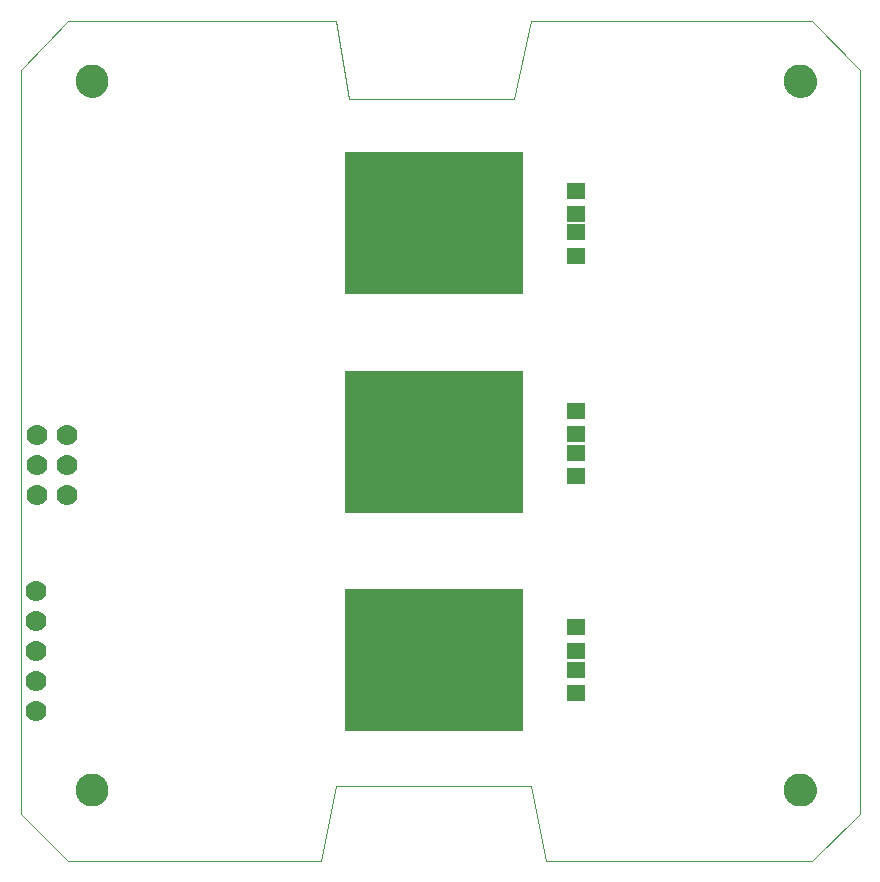
<source format=gbs>
G75*
%MOIN*%
%OFA0B0*%
%FSLAX25Y25*%
%IPPOS*%
%LPD*%
%AMOC8*
5,1,8,0,0,1.08239X$1,22.5*
%
%ADD10C,0.00000*%
%ADD11C,0.07000*%
%ADD12R,0.06306X0.05518*%
%ADD13R,0.59455X0.47644*%
%ADD14C,0.10636*%
%ADD15C,0.11024*%
D10*
X0024471Y0016748D02*
X0024471Y0264780D01*
X0040219Y0281000D01*
X0129471Y0281000D01*
X0133971Y0255000D01*
X0188971Y0255000D01*
X0194471Y0281000D01*
X0288250Y0281000D01*
X0303998Y0264780D01*
X0303998Y0016748D01*
X0288250Y0001000D01*
X0199471Y0001000D01*
X0194471Y0026000D01*
X0129471Y0026000D01*
X0124471Y0001000D01*
X0040219Y0001000D01*
X0024471Y0016748D01*
X0042975Y0024622D02*
X0042977Y0024765D01*
X0042983Y0024908D01*
X0042993Y0025050D01*
X0043007Y0025192D01*
X0043025Y0025334D01*
X0043047Y0025476D01*
X0043072Y0025616D01*
X0043102Y0025756D01*
X0043136Y0025895D01*
X0043173Y0026033D01*
X0043215Y0026170D01*
X0043260Y0026305D01*
X0043309Y0026439D01*
X0043361Y0026572D01*
X0043417Y0026704D01*
X0043477Y0026833D01*
X0043541Y0026961D01*
X0043608Y0027088D01*
X0043679Y0027212D01*
X0043753Y0027334D01*
X0043830Y0027454D01*
X0043911Y0027572D01*
X0043995Y0027688D01*
X0044082Y0027801D01*
X0044172Y0027912D01*
X0044266Y0028020D01*
X0044362Y0028126D01*
X0044461Y0028228D01*
X0044564Y0028328D01*
X0044668Y0028425D01*
X0044776Y0028520D01*
X0044886Y0028611D01*
X0044999Y0028699D01*
X0045114Y0028783D01*
X0045231Y0028865D01*
X0045351Y0028943D01*
X0045472Y0029018D01*
X0045596Y0029090D01*
X0045722Y0029158D01*
X0045849Y0029222D01*
X0045979Y0029283D01*
X0046110Y0029340D01*
X0046242Y0029394D01*
X0046376Y0029443D01*
X0046511Y0029490D01*
X0046648Y0029532D01*
X0046786Y0029570D01*
X0046924Y0029605D01*
X0047064Y0029635D01*
X0047204Y0029662D01*
X0047345Y0029685D01*
X0047487Y0029704D01*
X0047629Y0029719D01*
X0047772Y0029730D01*
X0047914Y0029737D01*
X0048057Y0029740D01*
X0048200Y0029739D01*
X0048343Y0029734D01*
X0048486Y0029725D01*
X0048628Y0029712D01*
X0048770Y0029695D01*
X0048911Y0029674D01*
X0049052Y0029649D01*
X0049192Y0029621D01*
X0049331Y0029588D01*
X0049469Y0029551D01*
X0049606Y0029511D01*
X0049742Y0029467D01*
X0049877Y0029419D01*
X0050010Y0029367D01*
X0050142Y0029312D01*
X0050272Y0029253D01*
X0050401Y0029190D01*
X0050527Y0029124D01*
X0050652Y0029054D01*
X0050775Y0028981D01*
X0050895Y0028905D01*
X0051014Y0028825D01*
X0051130Y0028741D01*
X0051244Y0028655D01*
X0051355Y0028565D01*
X0051464Y0028473D01*
X0051570Y0028377D01*
X0051674Y0028279D01*
X0051775Y0028177D01*
X0051872Y0028073D01*
X0051967Y0027966D01*
X0052059Y0027857D01*
X0052148Y0027745D01*
X0052234Y0027630D01*
X0052316Y0027514D01*
X0052395Y0027394D01*
X0052471Y0027273D01*
X0052543Y0027150D01*
X0052612Y0027025D01*
X0052677Y0026898D01*
X0052739Y0026769D01*
X0052797Y0026638D01*
X0052852Y0026506D01*
X0052902Y0026372D01*
X0052949Y0026237D01*
X0052993Y0026101D01*
X0053032Y0025964D01*
X0053067Y0025825D01*
X0053099Y0025686D01*
X0053127Y0025546D01*
X0053151Y0025405D01*
X0053171Y0025263D01*
X0053187Y0025121D01*
X0053199Y0024979D01*
X0053207Y0024836D01*
X0053211Y0024693D01*
X0053211Y0024551D01*
X0053207Y0024408D01*
X0053199Y0024265D01*
X0053187Y0024123D01*
X0053171Y0023981D01*
X0053151Y0023839D01*
X0053127Y0023698D01*
X0053099Y0023558D01*
X0053067Y0023419D01*
X0053032Y0023280D01*
X0052993Y0023143D01*
X0052949Y0023007D01*
X0052902Y0022872D01*
X0052852Y0022738D01*
X0052797Y0022606D01*
X0052739Y0022475D01*
X0052677Y0022346D01*
X0052612Y0022219D01*
X0052543Y0022094D01*
X0052471Y0021971D01*
X0052395Y0021850D01*
X0052316Y0021730D01*
X0052234Y0021614D01*
X0052148Y0021499D01*
X0052059Y0021387D01*
X0051967Y0021278D01*
X0051872Y0021171D01*
X0051775Y0021067D01*
X0051674Y0020965D01*
X0051570Y0020867D01*
X0051464Y0020771D01*
X0051355Y0020679D01*
X0051244Y0020589D01*
X0051130Y0020503D01*
X0051014Y0020419D01*
X0050895Y0020339D01*
X0050775Y0020263D01*
X0050652Y0020190D01*
X0050527Y0020120D01*
X0050401Y0020054D01*
X0050272Y0019991D01*
X0050142Y0019932D01*
X0050010Y0019877D01*
X0049877Y0019825D01*
X0049742Y0019777D01*
X0049606Y0019733D01*
X0049469Y0019693D01*
X0049331Y0019656D01*
X0049192Y0019623D01*
X0049052Y0019595D01*
X0048911Y0019570D01*
X0048770Y0019549D01*
X0048628Y0019532D01*
X0048486Y0019519D01*
X0048343Y0019510D01*
X0048200Y0019505D01*
X0048057Y0019504D01*
X0047914Y0019507D01*
X0047772Y0019514D01*
X0047629Y0019525D01*
X0047487Y0019540D01*
X0047345Y0019559D01*
X0047204Y0019582D01*
X0047064Y0019609D01*
X0046924Y0019639D01*
X0046786Y0019674D01*
X0046648Y0019712D01*
X0046511Y0019754D01*
X0046376Y0019801D01*
X0046242Y0019850D01*
X0046110Y0019904D01*
X0045979Y0019961D01*
X0045849Y0020022D01*
X0045722Y0020086D01*
X0045596Y0020154D01*
X0045472Y0020226D01*
X0045351Y0020301D01*
X0045231Y0020379D01*
X0045114Y0020461D01*
X0044999Y0020545D01*
X0044886Y0020633D01*
X0044776Y0020724D01*
X0044668Y0020819D01*
X0044564Y0020916D01*
X0044461Y0021016D01*
X0044362Y0021118D01*
X0044266Y0021224D01*
X0044172Y0021332D01*
X0044082Y0021443D01*
X0043995Y0021556D01*
X0043911Y0021672D01*
X0043830Y0021790D01*
X0043753Y0021910D01*
X0043679Y0022032D01*
X0043608Y0022156D01*
X0043541Y0022283D01*
X0043477Y0022411D01*
X0043417Y0022540D01*
X0043361Y0022672D01*
X0043309Y0022805D01*
X0043260Y0022939D01*
X0043215Y0023074D01*
X0043173Y0023211D01*
X0043136Y0023349D01*
X0043102Y0023488D01*
X0043072Y0023628D01*
X0043047Y0023768D01*
X0043025Y0023910D01*
X0043007Y0024052D01*
X0042993Y0024194D01*
X0042983Y0024336D01*
X0042977Y0024479D01*
X0042975Y0024622D01*
X0279195Y0024622D02*
X0279197Y0024765D01*
X0279203Y0024908D01*
X0279213Y0025050D01*
X0279227Y0025192D01*
X0279245Y0025334D01*
X0279267Y0025476D01*
X0279292Y0025616D01*
X0279322Y0025756D01*
X0279356Y0025895D01*
X0279393Y0026033D01*
X0279435Y0026170D01*
X0279480Y0026305D01*
X0279529Y0026439D01*
X0279581Y0026572D01*
X0279637Y0026704D01*
X0279697Y0026833D01*
X0279761Y0026961D01*
X0279828Y0027088D01*
X0279899Y0027212D01*
X0279973Y0027334D01*
X0280050Y0027454D01*
X0280131Y0027572D01*
X0280215Y0027688D01*
X0280302Y0027801D01*
X0280392Y0027912D01*
X0280486Y0028020D01*
X0280582Y0028126D01*
X0280681Y0028228D01*
X0280784Y0028328D01*
X0280888Y0028425D01*
X0280996Y0028520D01*
X0281106Y0028611D01*
X0281219Y0028699D01*
X0281334Y0028783D01*
X0281451Y0028865D01*
X0281571Y0028943D01*
X0281692Y0029018D01*
X0281816Y0029090D01*
X0281942Y0029158D01*
X0282069Y0029222D01*
X0282199Y0029283D01*
X0282330Y0029340D01*
X0282462Y0029394D01*
X0282596Y0029443D01*
X0282731Y0029490D01*
X0282868Y0029532D01*
X0283006Y0029570D01*
X0283144Y0029605D01*
X0283284Y0029635D01*
X0283424Y0029662D01*
X0283565Y0029685D01*
X0283707Y0029704D01*
X0283849Y0029719D01*
X0283992Y0029730D01*
X0284134Y0029737D01*
X0284277Y0029740D01*
X0284420Y0029739D01*
X0284563Y0029734D01*
X0284706Y0029725D01*
X0284848Y0029712D01*
X0284990Y0029695D01*
X0285131Y0029674D01*
X0285272Y0029649D01*
X0285412Y0029621D01*
X0285551Y0029588D01*
X0285689Y0029551D01*
X0285826Y0029511D01*
X0285962Y0029467D01*
X0286097Y0029419D01*
X0286230Y0029367D01*
X0286362Y0029312D01*
X0286492Y0029253D01*
X0286621Y0029190D01*
X0286747Y0029124D01*
X0286872Y0029054D01*
X0286995Y0028981D01*
X0287115Y0028905D01*
X0287234Y0028825D01*
X0287350Y0028741D01*
X0287464Y0028655D01*
X0287575Y0028565D01*
X0287684Y0028473D01*
X0287790Y0028377D01*
X0287894Y0028279D01*
X0287995Y0028177D01*
X0288092Y0028073D01*
X0288187Y0027966D01*
X0288279Y0027857D01*
X0288368Y0027745D01*
X0288454Y0027630D01*
X0288536Y0027514D01*
X0288615Y0027394D01*
X0288691Y0027273D01*
X0288763Y0027150D01*
X0288832Y0027025D01*
X0288897Y0026898D01*
X0288959Y0026769D01*
X0289017Y0026638D01*
X0289072Y0026506D01*
X0289122Y0026372D01*
X0289169Y0026237D01*
X0289213Y0026101D01*
X0289252Y0025964D01*
X0289287Y0025825D01*
X0289319Y0025686D01*
X0289347Y0025546D01*
X0289371Y0025405D01*
X0289391Y0025263D01*
X0289407Y0025121D01*
X0289419Y0024979D01*
X0289427Y0024836D01*
X0289431Y0024693D01*
X0289431Y0024551D01*
X0289427Y0024408D01*
X0289419Y0024265D01*
X0289407Y0024123D01*
X0289391Y0023981D01*
X0289371Y0023839D01*
X0289347Y0023698D01*
X0289319Y0023558D01*
X0289287Y0023419D01*
X0289252Y0023280D01*
X0289213Y0023143D01*
X0289169Y0023007D01*
X0289122Y0022872D01*
X0289072Y0022738D01*
X0289017Y0022606D01*
X0288959Y0022475D01*
X0288897Y0022346D01*
X0288832Y0022219D01*
X0288763Y0022094D01*
X0288691Y0021971D01*
X0288615Y0021850D01*
X0288536Y0021730D01*
X0288454Y0021614D01*
X0288368Y0021499D01*
X0288279Y0021387D01*
X0288187Y0021278D01*
X0288092Y0021171D01*
X0287995Y0021067D01*
X0287894Y0020965D01*
X0287790Y0020867D01*
X0287684Y0020771D01*
X0287575Y0020679D01*
X0287464Y0020589D01*
X0287350Y0020503D01*
X0287234Y0020419D01*
X0287115Y0020339D01*
X0286995Y0020263D01*
X0286872Y0020190D01*
X0286747Y0020120D01*
X0286621Y0020054D01*
X0286492Y0019991D01*
X0286362Y0019932D01*
X0286230Y0019877D01*
X0286097Y0019825D01*
X0285962Y0019777D01*
X0285826Y0019733D01*
X0285689Y0019693D01*
X0285551Y0019656D01*
X0285412Y0019623D01*
X0285272Y0019595D01*
X0285131Y0019570D01*
X0284990Y0019549D01*
X0284848Y0019532D01*
X0284706Y0019519D01*
X0284563Y0019510D01*
X0284420Y0019505D01*
X0284277Y0019504D01*
X0284134Y0019507D01*
X0283992Y0019514D01*
X0283849Y0019525D01*
X0283707Y0019540D01*
X0283565Y0019559D01*
X0283424Y0019582D01*
X0283284Y0019609D01*
X0283144Y0019639D01*
X0283006Y0019674D01*
X0282868Y0019712D01*
X0282731Y0019754D01*
X0282596Y0019801D01*
X0282462Y0019850D01*
X0282330Y0019904D01*
X0282199Y0019961D01*
X0282069Y0020022D01*
X0281942Y0020086D01*
X0281816Y0020154D01*
X0281692Y0020226D01*
X0281571Y0020301D01*
X0281451Y0020379D01*
X0281334Y0020461D01*
X0281219Y0020545D01*
X0281106Y0020633D01*
X0280996Y0020724D01*
X0280888Y0020819D01*
X0280784Y0020916D01*
X0280681Y0021016D01*
X0280582Y0021118D01*
X0280486Y0021224D01*
X0280392Y0021332D01*
X0280302Y0021443D01*
X0280215Y0021556D01*
X0280131Y0021672D01*
X0280050Y0021790D01*
X0279973Y0021910D01*
X0279899Y0022032D01*
X0279828Y0022156D01*
X0279761Y0022283D01*
X0279697Y0022411D01*
X0279637Y0022540D01*
X0279581Y0022672D01*
X0279529Y0022805D01*
X0279480Y0022939D01*
X0279435Y0023074D01*
X0279393Y0023211D01*
X0279356Y0023349D01*
X0279322Y0023488D01*
X0279292Y0023628D01*
X0279267Y0023768D01*
X0279245Y0023910D01*
X0279227Y0024052D01*
X0279213Y0024194D01*
X0279203Y0024336D01*
X0279197Y0024479D01*
X0279195Y0024622D01*
X0279195Y0260843D02*
X0279197Y0260986D01*
X0279203Y0261129D01*
X0279213Y0261271D01*
X0279227Y0261413D01*
X0279245Y0261555D01*
X0279267Y0261697D01*
X0279292Y0261837D01*
X0279322Y0261977D01*
X0279356Y0262116D01*
X0279393Y0262254D01*
X0279435Y0262391D01*
X0279480Y0262526D01*
X0279529Y0262660D01*
X0279581Y0262793D01*
X0279637Y0262925D01*
X0279697Y0263054D01*
X0279761Y0263182D01*
X0279828Y0263309D01*
X0279899Y0263433D01*
X0279973Y0263555D01*
X0280050Y0263675D01*
X0280131Y0263793D01*
X0280215Y0263909D01*
X0280302Y0264022D01*
X0280392Y0264133D01*
X0280486Y0264241D01*
X0280582Y0264347D01*
X0280681Y0264449D01*
X0280784Y0264549D01*
X0280888Y0264646D01*
X0280996Y0264741D01*
X0281106Y0264832D01*
X0281219Y0264920D01*
X0281334Y0265004D01*
X0281451Y0265086D01*
X0281571Y0265164D01*
X0281692Y0265239D01*
X0281816Y0265311D01*
X0281942Y0265379D01*
X0282069Y0265443D01*
X0282199Y0265504D01*
X0282330Y0265561D01*
X0282462Y0265615D01*
X0282596Y0265664D01*
X0282731Y0265711D01*
X0282868Y0265753D01*
X0283006Y0265791D01*
X0283144Y0265826D01*
X0283284Y0265856D01*
X0283424Y0265883D01*
X0283565Y0265906D01*
X0283707Y0265925D01*
X0283849Y0265940D01*
X0283992Y0265951D01*
X0284134Y0265958D01*
X0284277Y0265961D01*
X0284420Y0265960D01*
X0284563Y0265955D01*
X0284706Y0265946D01*
X0284848Y0265933D01*
X0284990Y0265916D01*
X0285131Y0265895D01*
X0285272Y0265870D01*
X0285412Y0265842D01*
X0285551Y0265809D01*
X0285689Y0265772D01*
X0285826Y0265732D01*
X0285962Y0265688D01*
X0286097Y0265640D01*
X0286230Y0265588D01*
X0286362Y0265533D01*
X0286492Y0265474D01*
X0286621Y0265411D01*
X0286747Y0265345D01*
X0286872Y0265275D01*
X0286995Y0265202D01*
X0287115Y0265126D01*
X0287234Y0265046D01*
X0287350Y0264962D01*
X0287464Y0264876D01*
X0287575Y0264786D01*
X0287684Y0264694D01*
X0287790Y0264598D01*
X0287894Y0264500D01*
X0287995Y0264398D01*
X0288092Y0264294D01*
X0288187Y0264187D01*
X0288279Y0264078D01*
X0288368Y0263966D01*
X0288454Y0263851D01*
X0288536Y0263735D01*
X0288615Y0263615D01*
X0288691Y0263494D01*
X0288763Y0263371D01*
X0288832Y0263246D01*
X0288897Y0263119D01*
X0288959Y0262990D01*
X0289017Y0262859D01*
X0289072Y0262727D01*
X0289122Y0262593D01*
X0289169Y0262458D01*
X0289213Y0262322D01*
X0289252Y0262185D01*
X0289287Y0262046D01*
X0289319Y0261907D01*
X0289347Y0261767D01*
X0289371Y0261626D01*
X0289391Y0261484D01*
X0289407Y0261342D01*
X0289419Y0261200D01*
X0289427Y0261057D01*
X0289431Y0260914D01*
X0289431Y0260772D01*
X0289427Y0260629D01*
X0289419Y0260486D01*
X0289407Y0260344D01*
X0289391Y0260202D01*
X0289371Y0260060D01*
X0289347Y0259919D01*
X0289319Y0259779D01*
X0289287Y0259640D01*
X0289252Y0259501D01*
X0289213Y0259364D01*
X0289169Y0259228D01*
X0289122Y0259093D01*
X0289072Y0258959D01*
X0289017Y0258827D01*
X0288959Y0258696D01*
X0288897Y0258567D01*
X0288832Y0258440D01*
X0288763Y0258315D01*
X0288691Y0258192D01*
X0288615Y0258071D01*
X0288536Y0257951D01*
X0288454Y0257835D01*
X0288368Y0257720D01*
X0288279Y0257608D01*
X0288187Y0257499D01*
X0288092Y0257392D01*
X0287995Y0257288D01*
X0287894Y0257186D01*
X0287790Y0257088D01*
X0287684Y0256992D01*
X0287575Y0256900D01*
X0287464Y0256810D01*
X0287350Y0256724D01*
X0287234Y0256640D01*
X0287115Y0256560D01*
X0286995Y0256484D01*
X0286872Y0256411D01*
X0286747Y0256341D01*
X0286621Y0256275D01*
X0286492Y0256212D01*
X0286362Y0256153D01*
X0286230Y0256098D01*
X0286097Y0256046D01*
X0285962Y0255998D01*
X0285826Y0255954D01*
X0285689Y0255914D01*
X0285551Y0255877D01*
X0285412Y0255844D01*
X0285272Y0255816D01*
X0285131Y0255791D01*
X0284990Y0255770D01*
X0284848Y0255753D01*
X0284706Y0255740D01*
X0284563Y0255731D01*
X0284420Y0255726D01*
X0284277Y0255725D01*
X0284134Y0255728D01*
X0283992Y0255735D01*
X0283849Y0255746D01*
X0283707Y0255761D01*
X0283565Y0255780D01*
X0283424Y0255803D01*
X0283284Y0255830D01*
X0283144Y0255860D01*
X0283006Y0255895D01*
X0282868Y0255933D01*
X0282731Y0255975D01*
X0282596Y0256022D01*
X0282462Y0256071D01*
X0282330Y0256125D01*
X0282199Y0256182D01*
X0282069Y0256243D01*
X0281942Y0256307D01*
X0281816Y0256375D01*
X0281692Y0256447D01*
X0281571Y0256522D01*
X0281451Y0256600D01*
X0281334Y0256682D01*
X0281219Y0256766D01*
X0281106Y0256854D01*
X0280996Y0256945D01*
X0280888Y0257040D01*
X0280784Y0257137D01*
X0280681Y0257237D01*
X0280582Y0257339D01*
X0280486Y0257445D01*
X0280392Y0257553D01*
X0280302Y0257664D01*
X0280215Y0257777D01*
X0280131Y0257893D01*
X0280050Y0258011D01*
X0279973Y0258131D01*
X0279899Y0258253D01*
X0279828Y0258377D01*
X0279761Y0258504D01*
X0279697Y0258632D01*
X0279637Y0258761D01*
X0279581Y0258893D01*
X0279529Y0259026D01*
X0279480Y0259160D01*
X0279435Y0259295D01*
X0279393Y0259432D01*
X0279356Y0259570D01*
X0279322Y0259709D01*
X0279292Y0259849D01*
X0279267Y0259989D01*
X0279245Y0260131D01*
X0279227Y0260273D01*
X0279213Y0260415D01*
X0279203Y0260557D01*
X0279197Y0260700D01*
X0279195Y0260843D01*
X0042975Y0260843D02*
X0042977Y0260986D01*
X0042983Y0261129D01*
X0042993Y0261271D01*
X0043007Y0261413D01*
X0043025Y0261555D01*
X0043047Y0261697D01*
X0043072Y0261837D01*
X0043102Y0261977D01*
X0043136Y0262116D01*
X0043173Y0262254D01*
X0043215Y0262391D01*
X0043260Y0262526D01*
X0043309Y0262660D01*
X0043361Y0262793D01*
X0043417Y0262925D01*
X0043477Y0263054D01*
X0043541Y0263182D01*
X0043608Y0263309D01*
X0043679Y0263433D01*
X0043753Y0263555D01*
X0043830Y0263675D01*
X0043911Y0263793D01*
X0043995Y0263909D01*
X0044082Y0264022D01*
X0044172Y0264133D01*
X0044266Y0264241D01*
X0044362Y0264347D01*
X0044461Y0264449D01*
X0044564Y0264549D01*
X0044668Y0264646D01*
X0044776Y0264741D01*
X0044886Y0264832D01*
X0044999Y0264920D01*
X0045114Y0265004D01*
X0045231Y0265086D01*
X0045351Y0265164D01*
X0045472Y0265239D01*
X0045596Y0265311D01*
X0045722Y0265379D01*
X0045849Y0265443D01*
X0045979Y0265504D01*
X0046110Y0265561D01*
X0046242Y0265615D01*
X0046376Y0265664D01*
X0046511Y0265711D01*
X0046648Y0265753D01*
X0046786Y0265791D01*
X0046924Y0265826D01*
X0047064Y0265856D01*
X0047204Y0265883D01*
X0047345Y0265906D01*
X0047487Y0265925D01*
X0047629Y0265940D01*
X0047772Y0265951D01*
X0047914Y0265958D01*
X0048057Y0265961D01*
X0048200Y0265960D01*
X0048343Y0265955D01*
X0048486Y0265946D01*
X0048628Y0265933D01*
X0048770Y0265916D01*
X0048911Y0265895D01*
X0049052Y0265870D01*
X0049192Y0265842D01*
X0049331Y0265809D01*
X0049469Y0265772D01*
X0049606Y0265732D01*
X0049742Y0265688D01*
X0049877Y0265640D01*
X0050010Y0265588D01*
X0050142Y0265533D01*
X0050272Y0265474D01*
X0050401Y0265411D01*
X0050527Y0265345D01*
X0050652Y0265275D01*
X0050775Y0265202D01*
X0050895Y0265126D01*
X0051014Y0265046D01*
X0051130Y0264962D01*
X0051244Y0264876D01*
X0051355Y0264786D01*
X0051464Y0264694D01*
X0051570Y0264598D01*
X0051674Y0264500D01*
X0051775Y0264398D01*
X0051872Y0264294D01*
X0051967Y0264187D01*
X0052059Y0264078D01*
X0052148Y0263966D01*
X0052234Y0263851D01*
X0052316Y0263735D01*
X0052395Y0263615D01*
X0052471Y0263494D01*
X0052543Y0263371D01*
X0052612Y0263246D01*
X0052677Y0263119D01*
X0052739Y0262990D01*
X0052797Y0262859D01*
X0052852Y0262727D01*
X0052902Y0262593D01*
X0052949Y0262458D01*
X0052993Y0262322D01*
X0053032Y0262185D01*
X0053067Y0262046D01*
X0053099Y0261907D01*
X0053127Y0261767D01*
X0053151Y0261626D01*
X0053171Y0261484D01*
X0053187Y0261342D01*
X0053199Y0261200D01*
X0053207Y0261057D01*
X0053211Y0260914D01*
X0053211Y0260772D01*
X0053207Y0260629D01*
X0053199Y0260486D01*
X0053187Y0260344D01*
X0053171Y0260202D01*
X0053151Y0260060D01*
X0053127Y0259919D01*
X0053099Y0259779D01*
X0053067Y0259640D01*
X0053032Y0259501D01*
X0052993Y0259364D01*
X0052949Y0259228D01*
X0052902Y0259093D01*
X0052852Y0258959D01*
X0052797Y0258827D01*
X0052739Y0258696D01*
X0052677Y0258567D01*
X0052612Y0258440D01*
X0052543Y0258315D01*
X0052471Y0258192D01*
X0052395Y0258071D01*
X0052316Y0257951D01*
X0052234Y0257835D01*
X0052148Y0257720D01*
X0052059Y0257608D01*
X0051967Y0257499D01*
X0051872Y0257392D01*
X0051775Y0257288D01*
X0051674Y0257186D01*
X0051570Y0257088D01*
X0051464Y0256992D01*
X0051355Y0256900D01*
X0051244Y0256810D01*
X0051130Y0256724D01*
X0051014Y0256640D01*
X0050895Y0256560D01*
X0050775Y0256484D01*
X0050652Y0256411D01*
X0050527Y0256341D01*
X0050401Y0256275D01*
X0050272Y0256212D01*
X0050142Y0256153D01*
X0050010Y0256098D01*
X0049877Y0256046D01*
X0049742Y0255998D01*
X0049606Y0255954D01*
X0049469Y0255914D01*
X0049331Y0255877D01*
X0049192Y0255844D01*
X0049052Y0255816D01*
X0048911Y0255791D01*
X0048770Y0255770D01*
X0048628Y0255753D01*
X0048486Y0255740D01*
X0048343Y0255731D01*
X0048200Y0255726D01*
X0048057Y0255725D01*
X0047914Y0255728D01*
X0047772Y0255735D01*
X0047629Y0255746D01*
X0047487Y0255761D01*
X0047345Y0255780D01*
X0047204Y0255803D01*
X0047064Y0255830D01*
X0046924Y0255860D01*
X0046786Y0255895D01*
X0046648Y0255933D01*
X0046511Y0255975D01*
X0046376Y0256022D01*
X0046242Y0256071D01*
X0046110Y0256125D01*
X0045979Y0256182D01*
X0045849Y0256243D01*
X0045722Y0256307D01*
X0045596Y0256375D01*
X0045472Y0256447D01*
X0045351Y0256522D01*
X0045231Y0256600D01*
X0045114Y0256682D01*
X0044999Y0256766D01*
X0044886Y0256854D01*
X0044776Y0256945D01*
X0044668Y0257040D01*
X0044564Y0257137D01*
X0044461Y0257237D01*
X0044362Y0257339D01*
X0044266Y0257445D01*
X0044172Y0257553D01*
X0044082Y0257664D01*
X0043995Y0257777D01*
X0043911Y0257893D01*
X0043830Y0258011D01*
X0043753Y0258131D01*
X0043679Y0258253D01*
X0043608Y0258377D01*
X0043541Y0258504D01*
X0043477Y0258632D01*
X0043417Y0258761D01*
X0043361Y0258893D01*
X0043309Y0259026D01*
X0043260Y0259160D01*
X0043215Y0259295D01*
X0043173Y0259432D01*
X0043136Y0259570D01*
X0043102Y0259709D01*
X0043072Y0259849D01*
X0043047Y0259989D01*
X0043025Y0260131D01*
X0043007Y0260273D01*
X0042993Y0260415D01*
X0042983Y0260557D01*
X0042977Y0260700D01*
X0042975Y0260843D01*
D11*
X0039707Y0142850D03*
X0039707Y0132850D03*
X0029707Y0132850D03*
X0029707Y0142850D03*
X0029707Y0122850D03*
X0039707Y0122850D03*
X0029471Y0091000D03*
X0029471Y0081000D03*
X0029471Y0071000D03*
X0029471Y0061000D03*
X0029471Y0051000D03*
D12*
X0209510Y0056945D03*
X0209510Y0064819D03*
X0209510Y0071000D03*
X0209510Y0078874D03*
X0209510Y0129268D03*
X0209510Y0137142D03*
X0209510Y0143165D03*
X0209510Y0151039D03*
X0209510Y0202772D03*
X0209510Y0210646D03*
X0209510Y0216512D03*
X0209510Y0224386D03*
D13*
X0162266Y0213598D03*
X0162266Y0140764D03*
X0162266Y0067929D03*
D14*
X0048093Y0024622D03*
X0284313Y0024622D03*
X0284313Y0260843D03*
X0048093Y0260843D03*
D15*
X0048093Y0260843D03*
X0284313Y0260843D03*
X0284313Y0024622D03*
X0048093Y0024622D03*
M02*

</source>
